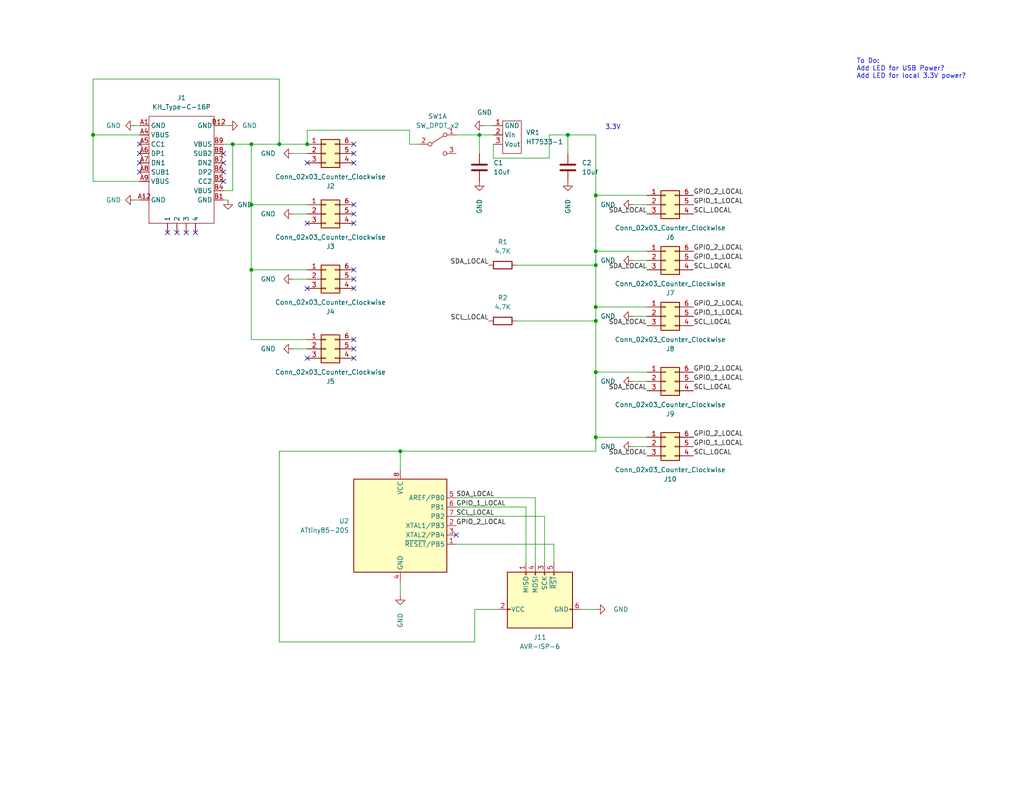
<source format=kicad_sch>
(kicad_sch (version 20211123) (generator eeschema)
  (paper "USLetter")
  (title_block (title "SAO Showcase Board") (date "2022-08-20") (rev "v01") (company "Author: Dan Allen"))
  (lib_symbols
    (symbol "Connector:AVR-ISP-6" (pin_names (offset 1.016))
      (property "Reference" "J" (at -6.35 11.43 0))
      (property "Value" "AVR-ISP-6" (at 0 11.43 0))
      (symbol "AVR-ISP-6_0_1"
        (rectangle (start -2.667 -6.858) (end -2.413 -7.62))
        (rectangle (start -2.667 10.16) (end -2.413 9.398))
        (rectangle (start 7.62 -2.413) (end 6.858 -2.667))
        (rectangle (start 7.62 0.127) (end 6.858 -0.127))
        (rectangle (start 7.62 2.667) (end 6.858 2.413))
        (rectangle (start 7.62 5.207) (end 6.858 4.953))
        (rectangle (start 7.62 10.16) (end -7.62 -7.62) (stroke (width 0.254)) (fill (type background)))
      )
      (symbol "AVR-ISP-6_1_1"
        (pin passive line (at 10.16 5.08 180) (length 2.54) (name "MISO") (number "1"))
        (pin passive line (at -2.54 12.7 270) (length 2.54) (name "VCC") (number "2"))
        (pin passive line (at 10.16 0 180) (length 2.54) (name "SCK") (number "3"))
        (pin passive line (at 10.16 2.54 180) (length 2.54) (name "MOSI") (number "4"))
        (pin passive line (at 10.16 -2.54 180) (length 2.54) (name "~{RST}") (number "5"))
        (pin passive line (at -2.54 -10.16 90) (length 2.54) (name "GND") (number "6"))
      )
    )
    (symbol "Connector_Generic:Conn_02x03_Counter_Clockwise" (pin_names (offset 1.016) hide)
      (property "Reference" "J" (at 1.27 5.08 0))
      (property "Value" "Conn_02x03_Counter_Clockwise" (at 1.27 -5.08 0))
      (symbol "Conn_02x03_Counter_Clockwise_1_1"
        (rectangle (start -1.27 -2.413) (end 0 -2.667) (stroke (width 0.1524)))
        (rectangle (start -1.27 0.127) (end 0 -0.127) (stroke (width 0.1524)))
        (rectangle (start -1.27 2.667) (end 0 2.413) (stroke (width 0.1524)))
        (rectangle (start -1.27 3.81) (end 3.81 -3.81) (stroke (width 0.254)) (fill (type background)))
        (rectangle (start 3.81 -2.413) (end 2.54 -2.667) (stroke (width 0.1524)))
        (rectangle (start 3.81 0.127) (end 2.54 -0.127) (stroke (width 0.1524)))
        (rectangle (start 3.81 2.667) (end 2.54 2.413) (stroke (width 0.1524)))
        (pin passive line (at -5.08 2.54 0) (length 3.81) (name "Pin_1") (number "1"))
        (pin passive line (at -5.08 0 0) (length 3.81) (name "Pin_2") (number "2"))
        (pin passive line (at -5.08 -2.54 0) (length 3.81) (name "Pin_3") (number "3"))
        (pin passive line (at 7.62 -2.54 180) (length 3.81) (name "Pin_4") (number "4"))
        (pin passive line (at 7.62 0 180) (length 3.81) (name "Pin_5") (number "5"))
        (pin passive line (at 7.62 2.54 180) (length 3.81) (name "Pin_6") (number "6"))
      )
    )
    (symbol "Device:C" (pin_numbers hide) (pin_names (offset 0.254))
      (property "Reference" "C" (at 0.635 2.54 0))
      (property "Value" "C" (at 0.635 -2.54 0))
      (symbol "C_0_1"
        (polyline (pts (xy -2.032 -0.762) (xy 2.032 -0.762)) (stroke (width 0.508)))
        (polyline (pts (xy -2.032 0.762) (xy 2.032 0.762)) (stroke (width 0.508)))
      )
      (symbol "C_1_1"
        (pin passive line (at 0 3.81 270) (length 2.794) (name "~") (number "1"))
        (pin passive line (at 0 -3.81 90) (length 2.794) (name "~") (number "2"))
      )
    )
    (symbol "Device:R" (pin_numbers hide) (pin_names (offset 0))
      (property "Reference" "R" (at 2.032 0 90))
      (property "Value" "R" (at 0 0 90))
      (symbol "R_0_1"
        (rectangle (start -1.016 -2.54) (end 1.016 2.54) (stroke (width 0.254)))
      )
      (symbol "R_1_1"
        (pin passive line (at 0 3.81 270) (length 1.27) (name "~") (number "1"))
        (pin passive line (at 0 -3.81 90) (length 1.27) (name "~") (number "2"))
      )
    )
    (symbol "MCU_Microchip_ATtiny:ATtiny85-20S"
      (property "Reference" "U" (at -12.7 13.97 0))
      (property "Value" "ATtiny85-20S" (at 2.54 -13.97 0))
      (symbol "ATtiny85-20S_0_1"
        (rectangle (start -12.7 -12.7) (end 12.7 12.7) (stroke (width 0.254)) (fill (type background)))
      )
      (symbol "ATtiny85-20S_1_1"
        (pin bidirectional line (at 15.24 -5.08 180) (length 2.54) (name "~{RESET}/PB5") (number "1"))
        (pin bidirectional line (at 15.24 0 180) (length 2.54) (name "XTAL1/PB3") (number "2"))
        (pin bidirectional line (at 15.24 -2.54 180) (length 2.54) (name "XTAL2/PB4") (number "3"))
        (pin power_in line (at 0 -15.24 90) (length 2.54) (name "GND") (number "4"))
        (pin bidirectional line (at 15.24 7.62 180) (length 2.54) (name "AREF/PB0") (number "5"))
        (pin bidirectional line (at 15.24 5.08 180) (length 2.54) (name "PB1") (number "6"))
        (pin bidirectional line (at 15.24 2.54 180) (length 2.54) (name "PB2") (number "7"))
        (pin power_in line (at 0 15.24 270) (length 2.54) (name "VCC") (number "8"))
      )
    )
    (symbol "Switch:SW_DPDT_x2" (pin_names (offset 0) hide)
      (property "Reference" "SW" (at 0 4.318 0))
      (property "Value" "SW_DPDT_x2" (at 0 -5.08 0))
      (symbol "SW_DPDT_x2_0_0"
        (circle (center -2.032 0) (radius 0.508))
        (circle (center 2.032 -2.54) (radius 0.508))
      )
      (symbol "SW_DPDT_x2_0_1"
        (polyline (pts (xy -1.524 0.254) (xy 1.651 2.286)))
        (circle (center 2.032 2.54) (radius 0.508))
      )
      (symbol "SW_DPDT_x2_1_1"
        (pin passive line (at 5.08 2.54 180) (length 2.54) (name "A") (number "1"))
        (pin passive line (at -5.08 0 0) (length 2.54) (name "B") (number "2"))
        (pin passive line (at 5.08 -2.54 180) (length 2.54) (name "C") (number "3"))
      )
      (symbol "SW_DPDT_x2_2_1"
        (pin passive line (at 5.08 2.54 180) (length 2.54) (name "A") (number "4"))
        (pin passive line (at -5.08 0 0) (length 2.54) (name "B") (number "5"))
        (pin passive line (at 5.08 -2.54 180) (length 2.54) (name "C") (number "6"))
      )
    )
    (symbol "linear_regulator:HT7533-1"
      (property "Reference" "VR" (at 0 3.81 0))
      (property "Value" "HT7533-1" (at 0 -8.89 0))
      (symbol "HT7533-1_0_1"
        (rectangle (start -2.54 2.54) (end 2.54 -6.35))
      )
      (symbol "HT7533-1_1_1"
        (pin input line (at -5.08 1.27 0) (length 2.54) (name "GND") (number "1"))
        (pin input line (at -5.08 -1.27 0) (length 2.54) (name "Vin") (number "2"))
        (pin input line (at -5.08 -3.81 0) (length 2.54) (name "Vout") (number "3"))
      )
    )
    (symbol "misc:KH_Type-C-16P"
      (property "Reference" "J" (at 0 -31.75 0))
      (property "Value" "KH_Type-C-16P" (at 0 -34.29 0))
      (symbol "KH_Type-C-16P_0_1"
        (rectangle (start -8.89 6.35) (end 8.89 -22.86))
      )
      (symbol "KH_Type-C-16P_1_1"
        (pin input line (at -3.81 -25.4 90) (length 2.54) (name "1") (number ""))
        (pin input line (at -1.27 -25.4 90) (length 2.54) (name "2") (number ""))
        (pin input line (at 1.27 -25.4 90) (length 2.54) (name "3") (number ""))
        (pin input line (at 3.81 -25.4 90) (length 2.54) (name "4") (number ""))
        (pin input line (at -11.43 3.81 0) (length 2.54) (name "GND") (number "A1"))
        (pin input line (at -11.43 -16.51 0) (length 2.54) (name "GND") (number "A12"))
        (pin input line (at -11.43 1.27 0) (length 2.54) (name "VBUS") (number "A4"))
        (pin input line (at -11.43 -1.27 0) (length 2.54) (name "CC1") (number "A5"))
        (pin input line (at -11.43 -3.81 0) (length 2.54) (name "DP1") (number "A6"))
        (pin input line (at -11.43 -6.35 0) (length 2.54) (name "DN1") (number "A7"))
        (pin input line (at -11.43 -8.89 0) (length 2.54) (name "SUB1") (number "A8"))
        (pin input line (at -11.43 -11.43 0) (length 2.54) (name "VBUS") (number "A9"))
        (pin input line (at 11.43 -16.51 180) (length 2.54) (name "GND") (number "B1"))
        (pin input line (at 11.43 3.81 180) (length 2.54) (name "GND") (number "B12"))
        (pin input line (at 11.43 -13.97 180) (length 2.54) (name "VBUS") (number "B4"))
        (pin input line (at 11.43 -11.43 180) (length 2.54) (name "CC2") (number "B5"))
        (pin input line (at 11.43 -8.89 180) (length 2.54) (name "DP2") (number "B6"))
        (pin input line (at 11.43 -6.35 180) (length 2.54) (name "DN2") (number "B7"))
        (pin input line (at 11.43 -3.81 180) (length 2.54) (name "SUB2") (number "B8"))
        (pin input line (at 11.43 -1.27 180) (length 2.54) (name "VBUS") (number "B9"))
      )
    )
    (symbol "power:GND" (power) (pin_names (offset 0))
      (property "Value" "GND" (at 0 -3.81 0))
      (symbol "GND_0_1"
        (polyline (pts (xy 0 0) (xy 0 -1.27) (xy 1.27 -1.27) (xy 0 -2.54) (xy -1.27 -1.27) (xy 0 -1.27)))
      )
      (symbol "GND_1_1"
        (pin power_in line (at 0 0 270) (length 0) hide (name "GND") (number "1"))
      )
    )
  )
  (junction (at 25.4 36.83))
  (junction (at 68.58 39.37))
  (junction (at 68.58 55.88))
  (junction (at 63.5 39.37))
  (junction (at 109.22 123.19))
  (junction (at 162.56 87.63))
  (junction (at 162.56 83.82))
  (junction (at 68.58 73.66))
  (junction (at 162.56 53.34))
  (junction (at 76.2 39.37))
  (junction (at 162.56 119.38))
  (junction (at 162.56 72.39))
  (junction (at 162.56 101.6))
  (junction (at 130.81 36.83))
  (junction (at 83.82 39.37))
  (junction (at 154.94 36.83))
  (junction (at 162.56 68.58))
  (no_connect (at 45.72 63.5))
  (no_connect (at 48.26 63.5))
  (no_connect (at 50.8 63.5))
  (no_connect (at 53.34 63.5))
  (no_connect (at 60.96 41.91))
  (no_connect (at 60.96 44.45))
  (no_connect (at 60.96 46.99))
  (no_connect (at 60.96 49.53))
  (no_connect (at 38.1 46.99))
  (no_connect (at 38.1 44.45))
  (no_connect (at 38.1 41.91))
  (no_connect (at 38.1 39.37))
  (no_connect (at 96.52 39.37))
  (no_connect (at 96.52 41.91))
  (no_connect (at 83.82 97.79))
  (no_connect (at 96.52 97.79))
  (no_connect (at 96.52 95.25))
  (no_connect (at 96.52 92.71))
  (no_connect (at 96.52 44.45))
  (no_connect (at 83.82 44.45))
  (no_connect (at 83.82 60.96))
  (no_connect (at 96.52 55.88))
  (no_connect (at 96.52 58.42))
  (no_connect (at 96.52 60.96))
  (no_connect (at 83.82 78.74))
  (no_connect (at 96.52 73.66))
  (no_connect (at 96.52 76.2))
  (no_connect (at 96.52 78.74))
  (no_connect (at 124.46 146.05))
  (wire (pts (xy 109.22 158.75) (xy 109.22 162.56)))
  (wire (pts (xy 124.46 36.83) (xy 130.81 36.83)))
  (wire (pts (xy 68.58 55.88) (xy 83.82 55.88)))
  (wire (pts (xy 83.82 35.56) (xy 111.76 35.56)))
  (wire (pts (xy 60.96 34.29) (xy 62.23 34.29)))
  (wire (pts (xy 83.82 39.37) (xy 83.82 35.56)))
  (wire (pts (xy 38.1 49.53) (xy 25.4 49.53)))
  (wire (pts (xy 162.56 36.83) (xy 162.56 53.34)))
  (wire (pts (xy 68.58 73.66) (xy 83.82 73.66)))
  (wire (pts (xy 149.86 36.83) (xy 154.94 36.83)))
  (wire (pts (xy 140.97 72.39) (xy 162.56 72.39)))
  (wire (pts (xy 76.2 123.19) (xy 76.2 175.26)))
  (wire (pts (xy 162.56 119.38) (xy 176.53 119.38)))
  (wire (pts (xy 148.59 153.67) (xy 148.59 140.97)))
  (wire (pts (xy 176.53 83.82) (xy 162.56 83.82)))
  (wire (pts (xy 80.01 76.2) (xy 83.82 76.2)))
  (wire (pts (xy 176.53 101.6) (xy 162.56 101.6)))
  (wire (pts (xy 68.58 55.88) (xy 68.58 73.66)))
  (wire (pts (xy 172.72 55.88) (xy 176.53 55.88)))
  (wire (pts (xy 149.86 36.83) (xy 149.86 43.18)))
  (wire (pts (xy 162.56 68.58) (xy 162.56 72.39)))
  (wire (pts (xy 158.75 166.37) (xy 162.56 166.37)))
  (wire (pts (xy 80.01 95.25) (xy 83.82 95.25)))
  (wire (pts (xy 140.97 87.63) (xy 162.56 87.63)))
  (wire (pts (xy 162.56 119.38) (xy 162.56 123.19)))
  (wire (pts (xy 80.01 41.91) (xy 83.82 41.91)))
  (wire (pts (xy 124.46 138.43) (xy 143.51 138.43)))
  (wire (pts (xy 36.83 54.61) (xy 38.1 54.61)))
  (wire (pts (xy 143.51 138.43) (xy 143.51 153.67)))
  (wire (pts (xy 36.83 34.29) (xy 38.1 34.29)))
  (wire (pts (xy 68.58 92.71) (xy 83.82 92.71)))
  (wire (pts (xy 25.4 36.83) (xy 25.4 49.53)))
  (wire (pts (xy 38.1 36.83) (xy 25.4 36.83)))
  (wire (pts (xy 109.22 123.19) (xy 109.22 128.27)))
  (wire (pts (xy 154.94 36.83) (xy 162.56 36.83)))
  (wire (pts (xy 162.56 87.63) (xy 162.56 101.6)))
  (wire (pts (xy 76.2 39.37) (xy 83.82 39.37)))
  (wire (pts (xy 134.62 39.37) (xy 134.62 43.18)))
  (wire (pts (xy 172.72 121.92) (xy 176.53 121.92)))
  (wire (pts (xy 111.76 35.56) (xy 111.76 39.37)))
  (wire (pts (xy 109.22 123.19) (xy 76.2 123.19)))
  (wire (pts (xy 172.72 86.36) (xy 176.53 86.36)))
  (wire (pts (xy 151.13 148.59) (xy 124.46 148.59)))
  (wire (pts (xy 130.81 36.83) (xy 130.81 41.91)))
  (wire (pts (xy 60.96 54.61) (xy 62.23 54.61)))
  (wire (pts (xy 111.76 39.37) (xy 114.3 39.37)))
  (wire (pts (xy 76.2 21.59) (xy 76.2 39.37)))
  (wire (pts (xy 162.56 83.82) (xy 162.56 87.63)))
  (wire (pts (xy 109.22 123.19) (xy 162.56 123.19)))
  (wire (pts (xy 76.2 175.26) (xy 129.54 175.26)))
  (wire (pts (xy 60.96 39.37) (xy 63.5 39.37)))
  (wire (pts (xy 148.59 140.97) (xy 124.46 140.97)))
  (wire (pts (xy 151.13 153.67) (xy 151.13 148.59)))
  (wire (pts (xy 172.72 71.12) (xy 176.53 71.12)))
  (wire (pts (xy 80.01 58.42) (xy 83.82 58.42)))
  (wire (pts (xy 25.4 21.59) (xy 76.2 21.59)))
  (wire (pts (xy 146.05 153.67) (xy 146.05 135.89)))
  (wire (pts (xy 172.72 104.14) (xy 176.53 104.14)))
  (wire (pts (xy 154.94 36.83) (xy 154.94 41.91)))
  (wire (pts (xy 162.56 72.39) (xy 162.56 83.82)))
  (wire (pts (xy 134.62 43.18) (xy 149.86 43.18)))
  (wire (pts (xy 162.56 101.6) (xy 162.56 119.38)))
  (wire (pts (xy 68.58 39.37) (xy 76.2 39.37)))
  (wire (pts (xy 68.58 73.66) (xy 68.58 92.71)))
  (wire (pts (xy 63.5 52.07) (xy 63.5 39.37)))
  (wire (pts (xy 68.58 39.37) (xy 68.58 55.88)))
  (wire (pts (xy 60.96 52.07) (xy 63.5 52.07)))
  (wire (pts (xy 63.5 39.37) (xy 68.58 39.37)))
  (wire (pts (xy 129.54 175.26) (xy 129.54 166.37)))
  (wire (pts (xy 162.56 53.34) (xy 176.53 53.34)))
  (wire (pts (xy 130.81 36.83) (xy 134.62 36.83)))
  (wire (pts (xy 25.4 21.59) (xy 25.4 36.83)))
  (wire (pts (xy 132.08 34.29) (xy 134.62 34.29)))
  (wire (pts (xy 162.56 53.34) (xy 162.56 68.58)))
  (wire (pts (xy 129.54 166.37) (xy 135.89 166.37)))
  (wire (pts (xy 176.53 68.58) (xy 162.56 68.58)))
  (wire (pts (xy 146.05 135.89) (xy 124.46 135.89)))
  (text "To Do:\nAdd LED for USB Power?\nAdd LED for local 3.3V power?" (at 233.68 21.59 0) (effects (font (size 1.27 1.27)) (justify left bottom)))
  (text "3.3V" (at 165.1 35.56 0) (effects (font (size 1.27 1.27)) (justify left bottom)))
  (label "GPIO_1_LOCAL" (at 124.46 138.43 0))
  (label "SDA_LOCAL" (at 176.53 58.42 180))
  (label "SDA_LOCAL" (at 124.46 135.89 0))
  (label "SCL_LOCAL" (at 189.23 124.46 0))
  (label "SCL_LOCAL" (at 124.46 140.97 0))
  (label "GPIO_2_LOCAL" (at 124.46 143.51 0))
  (label "SCL_LOCAL" (at 189.23 58.42 0))
  (label "SCL_LOCAL" (at 189.23 106.68 0))
  (label "GPIO_1_LOCAL" (at 189.23 71.12 0))
  (label "GPIO_2_LOCAL" (at 189.23 101.6 0))
  (label "GPIO_2_LOCAL" (at 189.23 83.82 0))
  (label "SCL_LOCAL" (at 189.23 88.9 0))
  (label "GPIO_2_LOCAL" (at 189.23 53.34 0))
  (label "GPIO_1_LOCAL" (at 189.23 55.88 0))
  (label "SCL_LOCAL" (at 133.35 87.63 180))
  (label "SCL_LOCAL" (at 189.23 73.66 0))
  (label "GPIO_2_LOCAL" (at 189.23 68.58 0))
  (label "GPIO_1_LOCAL" (at 189.23 121.92 0))
  (label "GPIO_1_LOCAL" (at 189.23 86.36 0))
  (label "SDA_LOCAL" (at 176.53 88.9 180))
  (label "GPIO_1_LOCAL" (at 189.23 104.14 0))
  (label "SDA_LOCAL" (at 133.35 72.39 180))
  (label "SDA_LOCAL" (at 176.53 73.66 180))
  (label "SDA_LOCAL" (at 176.53 124.46 180))
  (label "GPIO_2_LOCAL" (at 189.23 119.38 0))
  (label "SDA_LOCAL" (at 176.53 106.68 180))
  (symbol (lib_id "power:GND") (at 172.72 121.92 270) (unit 1)
    (property "Reference" "#PWR0101" (effects hide))
    (property "Value" "GND" (at 163.83 121.92 90) (effects (justify left)))
  )
  (symbol (lib_id "power:GND") (at 109.22 162.56 0) (unit 1)
    (property "Reference" "#PWR012" (effects hide))
    (property "Value" "GND" (at 109.22 171.45 90) (effects (justify left)))
  )
  (symbol (lib_id "Connector_Generic:Conn_02x03_Counter_Clockwise") (at 181.61 104.14 0) (unit 1)
    (property "Reference" "J9" (at 182.88 113.03 0))
    (property "Value" "Conn_02x03_Counter_Clockwise" (at 182.88 110.49 0))
    (property "Footprint" "Connector_PinSocket_2.54mm:PinSocket_2x03_P2.54mm_Vertical" (effects hide))
  )
  (symbol (lib_id "MCU_Microchip_ATtiny:ATtiny85-20S") (at 109.22 143.51 0) (unit 1)
    (property "Reference" "U2" (at 95.25 142.2399 0) (effects (justify right)))
    (property "Value" "ATtiny85-20S" (at 95.25 144.7799 0) (effects (justify right)))
    (property "Footprint" "Package_SO:SOIC-8W_5.3x5.3mm_P1.27mm" (effects hide))
    (property "Datasheet" "http://ww1.microchip.com/downloads/en/DeviceDoc/atmel-2586-avr-8-bit-microcontroller-attiny25-attiny45-attiny85_datasheet.pdf" (effects hide))
  )
  (symbol (lib_id "linear_regulator:HT7533-1") (at 139.7 35.56 0) (unit 1)
    (property "Reference" "VR1" (at 143.51 36.1949 0) (effects (justify left)))
    (property "Value" "HT7533-1" (at 143.51 38.7349 0) (effects (justify left)))
    (property "Footprint" "Package_TO_SOT_SMD:SOT-89-3" (effects hide))
  )
  (symbol (lib_id "power:GND") (at 172.72 55.88 270) (unit 1)
    (property "Reference" "#PWR09" (effects hide))
    (property "Value" "GND" (at 163.83 55.88 90) (effects (justify left)))
  )
  (symbol (lib_id "Device:R") (at 137.16 72.39 90) (unit 1)
    (property "Reference" "R1" (at 137.16 66.04 90))
    (property "Value" "4.7K" (at 137.16 68.58 90))
    (property "Footprint" "Resistor_SMD:R_0805_2012Metric_Pad1.20x1.40mm_HandSolder" (effects hide))
  )
  (symbol (lib_id "power:GND") (at 172.72 104.14 270) (unit 1)
    (property "Reference" "#PWR0102" (effects hide))
    (property "Value" "GND" (at 163.83 104.14 90) (effects (justify left)))
  )
  (symbol (lib_id "power:GND") (at 132.08 34.29 270) (unit 1)
    (property "Reference" "#PWR07" (effects hide))
    (property "Value" "GND" (at 130.1664 30.7282 90) (effects (justify left)))
  )
  (symbol (lib_id "Connector:AVR-ISP-6") (at 148.59 163.83 90) (unit 1)
    (property "Reference" "J11" (at 147.32 173.99 90))
    (property "Value" "AVR-ISP-6" (at 147.32 176.53 90))
    (property "Footprint" "misc:AVR-ISP-6" (effects hide))
    (property "Datasheet" " ~" (effects hide))
  )
  (symbol (lib_id "Device:C") (at 130.81 45.72 0) (unit 1)
    (property "Reference" "C1" (at 134.62 44.4499 0) (effects (justify left)))
    (property "Value" "10uf" (at 134.62 46.9899 0) (effects (justify left)))
    (property "Footprint" "Capacitor_SMD:C_0805_2012Metric" (effects hide))
  )
  (symbol (lib_id "Connector_Generic:Conn_02x03_Counter_Clockwise") (at 88.9 41.91 0) (unit 1)
    (property "Reference" "J2" (at 90.17 50.8 0))
    (property "Value" "Conn_02x03_Counter_Clockwise" (at 90.17 48.26 0))
    (property "Footprint" "Connector_PinSocket_2.54mm:PinSocket_2x03_P2.54mm_Vertical" (effects hide))
  )
  (symbol (lib_id "Connector_Generic:Conn_02x03_Counter_Clockwise") (at 88.9 76.2 0) (unit 1)
    (property "Reference" "J4" (at 90.17 85.09 0))
    (property "Value" "Conn_02x03_Counter_Clockwise" (at 90.17 82.55 0))
    (property "Footprint" "Connector_PinSocket_2.54mm:PinSocket_2x03_P2.54mm_Vertical" (effects hide))
  )
  (symbol (lib_id "power:GND") (at 80.01 41.91 270) (unit 1)
    (property "Reference" "#PWR02" (effects hide))
    (property "Value" "GND" (at 71.12 41.91 90) (effects (justify left)))
  )
  (symbol (lib_id "power:GND") (at 162.56 166.37 90) (unit 1)
    (property "Reference" "#PWR013" (effects hide))
    (property "Value" "GND" (at 171.45 166.37 90) (effects (justify left)))
  )
  (symbol (lib_id "power:GND") (at 172.72 71.12 270) (unit 1)
    (property "Reference" "#PWR010" (effects hide))
    (property "Value" "GND" (at 163.83 71.12 90) (effects (justify left)))
  )
  (symbol (lib_id "Connector_Generic:Conn_02x03_Counter_Clockwise") (at 88.9 58.42 0) (unit 1)
    (property "Reference" "J3" (at 90.17 67.31 0))
    (property "Value" "Conn_02x03_Counter_Clockwise" (at 90.17 64.77 0))
    (property "Footprint" "Connector_PinSocket_2.54mm:PinSocket_2x03_P2.54mm_Vertical" (effects hide))
  )
  (symbol (lib_id "Device:C") (at 154.94 45.72 0) (unit 1)
    (property "Reference" "C2" (at 158.75 44.4499 0) (effects (justify left)))
    (property "Value" "10uf" (at 158.75 46.9899 0) (effects (justify left)))
    (property "Footprint" "Capacitor_SMD:C_0805_2012Metric" (effects hide))
  )
  (symbol (lib_id "Device:R") (at 137.16 87.63 90) (unit 1)
    (property "Reference" "R2" (at 137.16 81.28 90))
    (property "Value" "4.7K" (at 137.16 83.82 90))
    (property "Footprint" "Resistor_SMD:R_0805_2012Metric_Pad1.20x1.40mm_HandSolder" (effects hide))
  )
  (symbol (lib_id "Connector_Generic:Conn_02x03_Counter_Clockwise") (at 88.9 95.25 0) (unit 1)
    (property "Reference" "J5" (at 90.17 104.14 0))
    (property "Value" "Conn_02x03_Counter_Clockwise" (at 90.17 101.6 0))
    (property "Footprint" "Connector_PinSocket_2.54mm:PinSocket_2x03_P2.54mm_Vertical" (effects hide))
  )
  (symbol (lib_id "power:GND") (at 62.23 34.29 90) (unit 1)
    (property "Reference" "#PWR015" (effects hide))
    (property "Value" "GND" (at 66.04 34.2899 90) (effects (justify right)))
  )
  (symbol (lib_id "Switch:SW_DPDT_x2") (at 119.38 39.37 0) (unit 1)
    (property "Reference" "SW1" (at 119.38 31.75 0))
    (property "Value" "SW_DPDT_x2" (at 119.38 34.29 0))
    (property "Footprint" "misc:switch_JS202011SCQN" (effects hide))
  )
  (symbol (lib_id "power:GND") (at 80.01 76.2 270) (unit 1)
    (property "Reference" "#PWR04" (effects hide))
    (property "Value" "GND" (at 71.12 76.2 90) (effects (justify left)))
  )
  (symbol (lib_id "misc:KH_Type-C-16P") (at 49.53 38.1 0) (unit 1)
    (property "Reference" "J1" (at 49.53 26.67 0))
    (property "Value" "KH_Type-C-16P" (at 49.53 29.21 0))
    (property "Footprint" "misc:USB-C-SMD_KH-TYPE-C-16P" (effects hide))
  )
  (symbol (lib_id "power:GND") (at 130.81 49.53 0) (unit 1)
    (property "Reference" "#PWR06" (effects hide))
    (property "Value" "GND" (at 130.81 58.42 90) (effects (justify left)))
  )
  (symbol (lib_id "Connector_Generic:Conn_02x03_Counter_Clockwise") (at 181.61 55.88 0) (unit 1)
    (property "Reference" "J6" (at 182.88 64.77 0))
    (property "Value" "Conn_02x03_Counter_Clockwise" (at 182.88 62.23 0))
    (property "Footprint" "Connector_PinSocket_2.54mm:PinSocket_2x03_P2.54mm_Vertical" (effects hide))
  )
  (symbol (lib_id "power:GND") (at 36.83 54.61 270) (unit 1)
    (property "Reference" "#PWR014" (effects hide))
    (property "Value" "GND" (at 33.02 54.6099 90) (effects (justify right)))
  )
  (symbol (lib_id "power:GND") (at 154.94 49.53 0) (unit 1)
    (property "Reference" "#PWR08" (effects hide))
    (property "Value" "GND" (at 154.94 58.42 90) (effects (justify left)))
  )
  (symbol (lib_id "Connector_Generic:Conn_02x03_Counter_Clockwise") (at 181.61 86.36 0) (unit 1)
    (property "Reference" "J8" (at 182.88 95.25 0))
    (property "Value" "Conn_02x03_Counter_Clockwise" (at 182.88 92.71 0))
    (property "Footprint" "Connector_PinSocket_2.54mm:PinSocket_2x03_P2.54mm_Vertical" (effects hide))
  )
  (symbol (lib_id "power:GND") (at 172.72 86.36 270) (unit 1)
    (property "Reference" "#PWR011" (effects hide))
    (property "Value" "GND" (at 163.83 86.36 90) (effects (justify left)))
  )
  (symbol (lib_id "power:GND") (at 36.83 34.29 270) (unit 1)
    (property "Reference" "#PWR01" (effects hide))
    (property "Value" "GND" (at 33.02 34.2899 90) (effects (justify right)))
  )
  (symbol (lib_id "Connector_Generic:Conn_02x03_Counter_Clockwise") (at 181.61 121.92 0) (unit 1)
    (property "Reference" "J10" (at 182.88 130.81 0))
    (property "Value" "Conn_02x03_Counter_Clockwise" (at 182.88 128.27 0))
    (property "Footprint" "Connector_PinSocket_2.54mm:PinSocket_2x03_P2.54mm_Vertical" (effects hide))
  )
  (symbol (lib_id "power:GND") (at 62.23 54.61 0) (unit 1)
    (property "Reference" "#PWR016" (effects hide))
    (property "Value" "GND" (at 64.77 55.8799 0) (effects (justify left)))
  )
  (symbol (lib_id "Connector_Generic:Conn_02x03_Counter_Clockwise") (at 181.61 71.12 0) (unit 1)
    (property "Reference" "J7" (at 182.88 80.01 0))
    (property "Value" "Conn_02x03_Counter_Clockwise" (at 182.88 77.47 0))
    (property "Footprint" "Connector_PinSocket_2.54mm:PinSocket_2x03_P2.54mm_Vertical" (effects hide))
  )
  (symbol (lib_id "power:GND") (at 80.01 58.42 270) (unit 1)
    (property "Reference" "#PWR03" (effects hide))
    (property "Value" "GND" (at 71.12 58.42 90) (effects (justify left)))
  )
  (symbol (lib_id "power:GND") (at 80.01 95.25 270) (unit 1)
    (property "Reference" "#PWR05" (effects hide))
    (property "Value" "GND" (at 71.12 95.25 90) (effects (justify left)))
  )
)
</source>
